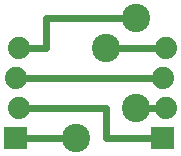
<source format=gbl>
G04 MADE WITH FRITZING*
G04 WWW.FRITZING.ORG*
G04 DOUBLE SIDED*
G04 HOLES PLATED*
G04 CONTOUR ON CENTER OF CONTOUR VECTOR*
%ASAXBY*%
%FSLAX23Y23*%
%MOIN*%
%OFA0B0*%
%SFA1.0B1.0*%
%ADD10C,0.074000*%
%ADD11C,0.094488*%
%ADD12C,0.024000*%
%ADD13R,0.001000X0.001000*%
%LNCOPPER0*%
G90*
G70*
G54D10*
X1400Y401D03*
X1410Y501D03*
X1400Y601D03*
X1410Y701D03*
X1890Y401D03*
X1900Y501D03*
X1890Y601D03*
X1900Y701D03*
G54D11*
X1800Y801D03*
X1700Y701D03*
X1800Y501D03*
X1600Y401D03*
G54D12*
X1573Y401D02*
X1431Y401D01*
D02*
X1700Y401D02*
X1859Y401D01*
D02*
X1700Y502D02*
X1700Y401D01*
D02*
X1441Y501D02*
X1700Y502D01*
D02*
X1431Y601D02*
X1859Y601D01*
D02*
X1827Y501D02*
X1869Y501D01*
D02*
X1501Y701D02*
X1501Y802D01*
D02*
X1501Y802D02*
X1773Y801D01*
D02*
X1441Y701D02*
X1501Y701D01*
D02*
X1727Y701D02*
X1869Y701D01*
G54D13*
X1363Y438D02*
X1436Y438D01*
X1853Y438D02*
X1926Y438D01*
X1363Y437D02*
X1436Y437D01*
X1853Y437D02*
X1926Y437D01*
X1363Y436D02*
X1436Y436D01*
X1853Y436D02*
X1926Y436D01*
X1363Y435D02*
X1436Y435D01*
X1853Y435D02*
X1926Y435D01*
X1363Y434D02*
X1436Y434D01*
X1853Y434D02*
X1926Y434D01*
X1363Y433D02*
X1436Y433D01*
X1853Y433D02*
X1926Y433D01*
X1363Y432D02*
X1436Y432D01*
X1853Y432D02*
X1926Y432D01*
X1363Y431D02*
X1436Y431D01*
X1853Y431D02*
X1926Y431D01*
X1363Y430D02*
X1436Y430D01*
X1853Y430D02*
X1926Y430D01*
X1363Y429D02*
X1436Y429D01*
X1853Y429D02*
X1926Y429D01*
X1363Y428D02*
X1436Y428D01*
X1853Y428D02*
X1926Y428D01*
X1363Y427D02*
X1436Y427D01*
X1853Y427D02*
X1926Y427D01*
X1363Y426D02*
X1436Y426D01*
X1853Y426D02*
X1926Y426D01*
X1363Y425D02*
X1436Y425D01*
X1853Y425D02*
X1926Y425D01*
X1363Y424D02*
X1436Y424D01*
X1853Y424D02*
X1926Y424D01*
X1363Y423D02*
X1436Y423D01*
X1853Y423D02*
X1926Y423D01*
X1363Y422D02*
X1436Y422D01*
X1853Y422D02*
X1926Y422D01*
X1363Y421D02*
X1394Y421D01*
X1404Y421D02*
X1436Y421D01*
X1853Y421D02*
X1884Y421D01*
X1894Y421D02*
X1926Y421D01*
X1363Y420D02*
X1391Y420D01*
X1408Y420D02*
X1436Y420D01*
X1853Y420D02*
X1881Y420D01*
X1897Y420D02*
X1926Y420D01*
X1363Y419D02*
X1389Y419D01*
X1409Y419D02*
X1436Y419D01*
X1853Y419D02*
X1879Y419D01*
X1899Y419D02*
X1926Y419D01*
X1363Y418D02*
X1387Y418D01*
X1411Y418D02*
X1436Y418D01*
X1853Y418D02*
X1877Y418D01*
X1901Y418D02*
X1926Y418D01*
X1363Y417D02*
X1386Y417D01*
X1412Y417D02*
X1436Y417D01*
X1853Y417D02*
X1876Y417D01*
X1902Y417D02*
X1926Y417D01*
X1363Y416D02*
X1385Y416D01*
X1414Y416D02*
X1436Y416D01*
X1853Y416D02*
X1875Y416D01*
X1904Y416D02*
X1926Y416D01*
X1363Y415D02*
X1384Y415D01*
X1414Y415D02*
X1436Y415D01*
X1853Y415D02*
X1874Y415D01*
X1904Y415D02*
X1926Y415D01*
X1363Y414D02*
X1383Y414D01*
X1415Y414D02*
X1436Y414D01*
X1853Y414D02*
X1873Y414D01*
X1905Y414D02*
X1926Y414D01*
X1363Y413D02*
X1382Y413D01*
X1416Y413D02*
X1436Y413D01*
X1853Y413D02*
X1872Y413D01*
X1906Y413D02*
X1926Y413D01*
X1363Y412D02*
X1382Y412D01*
X1417Y412D02*
X1436Y412D01*
X1853Y412D02*
X1872Y412D01*
X1907Y412D02*
X1926Y412D01*
X1363Y411D02*
X1381Y411D01*
X1417Y411D02*
X1436Y411D01*
X1853Y411D02*
X1871Y411D01*
X1907Y411D02*
X1926Y411D01*
X1363Y410D02*
X1381Y410D01*
X1418Y410D02*
X1436Y410D01*
X1853Y410D02*
X1871Y410D01*
X1908Y410D02*
X1926Y410D01*
X1363Y409D02*
X1380Y409D01*
X1418Y409D02*
X1436Y409D01*
X1853Y409D02*
X1870Y409D01*
X1908Y409D02*
X1926Y409D01*
X1363Y408D02*
X1380Y408D01*
X1419Y408D02*
X1436Y408D01*
X1853Y408D02*
X1870Y408D01*
X1909Y408D02*
X1926Y408D01*
X1363Y407D02*
X1380Y407D01*
X1419Y407D02*
X1436Y407D01*
X1853Y407D02*
X1870Y407D01*
X1909Y407D02*
X1926Y407D01*
X1363Y406D02*
X1379Y406D01*
X1419Y406D02*
X1436Y406D01*
X1853Y406D02*
X1869Y406D01*
X1909Y406D02*
X1926Y406D01*
X1363Y405D02*
X1379Y405D01*
X1419Y405D02*
X1436Y405D01*
X1853Y405D02*
X1869Y405D01*
X1909Y405D02*
X1926Y405D01*
X1363Y404D02*
X1379Y404D01*
X1419Y404D02*
X1436Y404D01*
X1853Y404D02*
X1869Y404D01*
X1909Y404D02*
X1926Y404D01*
X1363Y403D02*
X1379Y403D01*
X1420Y403D02*
X1436Y403D01*
X1853Y403D02*
X1869Y403D01*
X1910Y403D02*
X1926Y403D01*
X1363Y402D02*
X1379Y402D01*
X1420Y402D02*
X1436Y402D01*
X1853Y402D02*
X1869Y402D01*
X1910Y402D02*
X1926Y402D01*
X1363Y401D02*
X1379Y401D01*
X1420Y401D02*
X1436Y401D01*
X1853Y401D02*
X1869Y401D01*
X1910Y401D02*
X1926Y401D01*
X1363Y400D02*
X1379Y400D01*
X1420Y400D02*
X1436Y400D01*
X1853Y400D02*
X1869Y400D01*
X1910Y400D02*
X1926Y400D01*
X1363Y399D02*
X1379Y399D01*
X1419Y399D02*
X1436Y399D01*
X1853Y399D02*
X1869Y399D01*
X1909Y399D02*
X1926Y399D01*
X1363Y398D02*
X1379Y398D01*
X1419Y398D02*
X1436Y398D01*
X1853Y398D02*
X1869Y398D01*
X1909Y398D02*
X1926Y398D01*
X1363Y397D02*
X1379Y397D01*
X1419Y397D02*
X1436Y397D01*
X1853Y397D02*
X1869Y397D01*
X1909Y397D02*
X1926Y397D01*
X1363Y396D02*
X1380Y396D01*
X1419Y396D02*
X1436Y396D01*
X1853Y396D02*
X1870Y396D01*
X1909Y396D02*
X1926Y396D01*
X1363Y395D02*
X1380Y395D01*
X1419Y395D02*
X1436Y395D01*
X1853Y395D02*
X1870Y395D01*
X1908Y395D02*
X1926Y395D01*
X1363Y394D02*
X1380Y394D01*
X1418Y394D02*
X1436Y394D01*
X1853Y394D02*
X1870Y394D01*
X1908Y394D02*
X1926Y394D01*
X1363Y393D02*
X1381Y393D01*
X1418Y393D02*
X1436Y393D01*
X1853Y393D02*
X1871Y393D01*
X1908Y393D02*
X1926Y393D01*
X1363Y392D02*
X1381Y392D01*
X1417Y392D02*
X1436Y392D01*
X1853Y392D02*
X1871Y392D01*
X1907Y392D02*
X1926Y392D01*
X1363Y391D02*
X1382Y391D01*
X1417Y391D02*
X1436Y391D01*
X1853Y391D02*
X1872Y391D01*
X1907Y391D02*
X1926Y391D01*
X1363Y390D02*
X1383Y390D01*
X1416Y390D02*
X1436Y390D01*
X1853Y390D02*
X1872Y390D01*
X1906Y390D02*
X1926Y390D01*
X1363Y389D02*
X1383Y389D01*
X1415Y389D02*
X1436Y389D01*
X1853Y389D02*
X1873Y389D01*
X1905Y389D02*
X1926Y389D01*
X1363Y388D02*
X1384Y388D01*
X1414Y388D02*
X1436Y388D01*
X1853Y388D02*
X1874Y388D01*
X1904Y388D02*
X1926Y388D01*
X1363Y387D02*
X1385Y387D01*
X1413Y387D02*
X1436Y387D01*
X1853Y387D02*
X1875Y387D01*
X1903Y387D02*
X1926Y387D01*
X1363Y386D02*
X1386Y386D01*
X1412Y386D02*
X1436Y386D01*
X1853Y386D02*
X1876Y386D01*
X1902Y386D02*
X1926Y386D01*
X1363Y385D02*
X1388Y385D01*
X1411Y385D02*
X1436Y385D01*
X1853Y385D02*
X1878Y385D01*
X1901Y385D02*
X1926Y385D01*
X1363Y384D02*
X1389Y384D01*
X1409Y384D02*
X1436Y384D01*
X1853Y384D02*
X1879Y384D01*
X1899Y384D02*
X1926Y384D01*
X1363Y383D02*
X1392Y383D01*
X1407Y383D02*
X1436Y383D01*
X1853Y383D02*
X1882Y383D01*
X1897Y383D02*
X1926Y383D01*
X1363Y382D02*
X1395Y382D01*
X1404Y382D02*
X1436Y382D01*
X1853Y382D02*
X1885Y382D01*
X1893Y382D02*
X1926Y382D01*
X1363Y381D02*
X1436Y381D01*
X1853Y381D02*
X1926Y381D01*
X1363Y380D02*
X1436Y380D01*
X1853Y380D02*
X1926Y380D01*
X1363Y379D02*
X1436Y379D01*
X1853Y379D02*
X1926Y379D01*
X1363Y378D02*
X1436Y378D01*
X1853Y378D02*
X1926Y378D01*
X1363Y377D02*
X1436Y377D01*
X1853Y377D02*
X1926Y377D01*
X1363Y376D02*
X1436Y376D01*
X1853Y376D02*
X1926Y376D01*
X1363Y375D02*
X1436Y375D01*
X1853Y375D02*
X1926Y375D01*
X1363Y374D02*
X1436Y374D01*
X1853Y374D02*
X1926Y374D01*
X1363Y373D02*
X1436Y373D01*
X1853Y373D02*
X1926Y373D01*
X1363Y372D02*
X1436Y372D01*
X1853Y372D02*
X1926Y372D01*
X1363Y371D02*
X1436Y371D01*
X1853Y371D02*
X1926Y371D01*
X1363Y370D02*
X1436Y370D01*
X1853Y370D02*
X1926Y370D01*
X1363Y369D02*
X1436Y369D01*
X1853Y369D02*
X1926Y369D01*
X1363Y368D02*
X1436Y368D01*
X1853Y368D02*
X1926Y368D01*
X1363Y367D02*
X1436Y367D01*
X1853Y367D02*
X1926Y367D01*
X1363Y366D02*
X1436Y366D01*
X1853Y366D02*
X1926Y366D01*
X1363Y365D02*
X1436Y365D01*
X1853Y365D02*
X1926Y365D01*
D02*
G04 End of Copper0*
M02*
</source>
